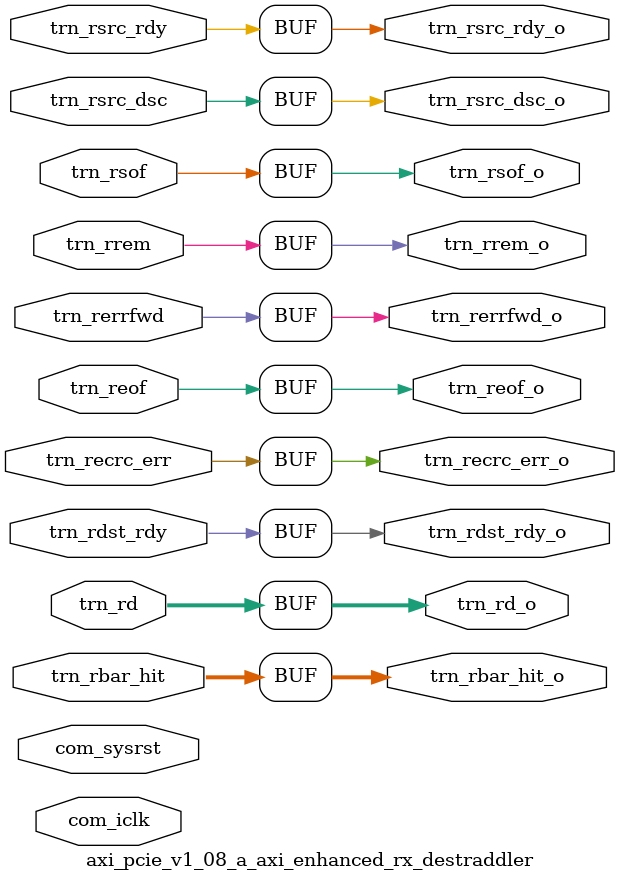
<source format=v>
`timescale 1ps/1ps

module axi_pcie_v1_08_a_axi_enhanced_rx_destraddler #(
  parameter C_DATA_WIDTH = 32,                          // RX/TX interface data width
  parameter C_FAMILY = "X7",                            // Targeted FPGA family
  parameter TCQ = 1,                                    // Clock to Q time

  // Do not override parameters below this line
  parameter REM_WIDTH  = (C_DATA_WIDTH == 128) ? 2 : 1, // trem/rrem width
  parameter RBAR_WIDTH = (C_FAMILY == "X7") ? 8 : 7,    // trn_rbar_hit width
  parameter STRB_WIDTH = C_DATA_WIDTH / 8               // TSTRB width
  ) (

  //---------------------------------------------------------------------------
  // TRN RX
  //---------------------------------------------------------------------------
  input      [C_DATA_WIDTH-1:0] trn_rd,                 // RX data from block
  input                         trn_rsof,               // RX start of packet
  input                         trn_reof,               // RX end of packet
  input                         trn_rsrc_rdy,           // RX source ready
  output                        trn_rdst_rdy_o,         // RX destination ready
  input                         trn_rsrc_dsc,           // RX source discontinue
  input         [REM_WIDTH-1:0] trn_rrem,               // RX remainder
  input                         trn_rerrfwd,            // RX error forward
  input        [RBAR_WIDTH-1:0] trn_rbar_hit,           // RX BAR hit
  input                         trn_recrc_err,          // RX ECRC error

  //--------------------------------------------------------------------------
  //TRN Realigned outputs to the RX data pipeline and Null Generator
  //--------------------------------------------------------------------------

  output  reg [C_DATA_WIDTH-1:0]trn_rd_o,               // Realigned data output
  output  reg                   trn_rsof_o,             // Realigned start of Frame
  output  reg                   trn_reof_o,             // Realigned End of Frame
  output  reg                   trn_rsrc_rdy_o,         // Realigned Source ready
  input                         trn_rdst_rdy,           // Destination ready from user
  output  reg                   trn_rsrc_dsc_o,         // Discontinue realigned
  output  reg   [REM_WIDTH-1:0] trn_rrem_o,             // RREM realigned
  output  reg                   trn_rerrfwd_o,          // rerrfwd realigned
  output  reg  [RBAR_WIDTH-1:0] trn_rbar_hit_o,         // RBAR hit realigned
  output  reg                   trn_recrc_err_o,        // ECRC error realigned

  //---------------------------------------------------------------------------
  // System
  //---------------------------------------------------------------------------

  input                         com_iclk,               // user clock from block
  input                         com_sysrst              // user reset from block

);

generate
// C_DATA_WIDTH == 128
if(C_DATA_WIDTH == 128) begin : data_width_128

  localparam               IDLE             = 2'b00;
  localparam               PROCESS_TLP_BEAT = 2'b01;
  localparam               THROTTLE_TLP     = 2'b10;

  reg [1:0]                state;
  reg                      local_throttle;
  // internal storage
  reg [C_DATA_WIDTH/2-1:0] trn_rd_d;
  reg                      trn_rsof_d;
  reg                      trn_reof_d;
  reg                      trn_rsrc_rdy_d;
  reg                      trn_rsrc_dsc_d;
  reg    [REM_WIDTH-1:0]   trn_rrem_d;
  reg                      trn_rerrfwd_d;
  reg   [RBAR_WIDTH-1:0]   trn_rbar_hit_d;
  reg                      trn_recrc_err_d;

  assign trn_rdst_rdy_o = trn_rdst_rdy && !local_throttle;

  // Internal buffer to store TRN signals
  always@(posedge com_iclk) begin
    if(com_sysrst) begin
      trn_rd_d            <= #TCQ {C_DATA_WIDTH/2{1'b0}};
      trn_rsof_d          <= #TCQ 1'b0;
      trn_reof_d          <= #TCQ 1'b0;
      trn_rsrc_rdy_d      <= #TCQ 1'b0;
      trn_rsrc_dsc_d      <= #TCQ 1'b0;
      trn_rrem_d          <= #TCQ {REM_WIDTH{1'b0}};
      trn_rerrfwd_d       <= #TCQ 1'b0;
      trn_rbar_hit_d      <= #TCQ {RBAR_WIDTH{1'b0}};
      trn_recrc_err_d     <= #TCQ 1'b0;
    end
    else begin
      // Enable signal for registers
      if(trn_rdst_rdy) begin
        trn_rd_d          <= #TCQ trn_rd[63:0];
        trn_rsof_d        <= #TCQ trn_rsof;
        trn_reof_d        <= #TCQ trn_reof;
        trn_rsrc_rdy_d    <= #TCQ trn_rsrc_rdy;
        trn_rsrc_dsc_d    <= #TCQ trn_rsrc_dsc;
        trn_rrem_d        <= #TCQ trn_rrem;
        trn_rerrfwd_d     <= #TCQ trn_rerrfwd;
        trn_rbar_hit_d    <= #TCQ trn_rbar_hit;
        trn_recrc_err_d   <= #TCQ trn_recrc_err;
      end
    end
  end

  // Output driver logic based on StateMachine state values and TRN inputs
  always@(trn_rd,trn_rsof,trn_reof,trn_rrem,trn_rsrc_dsc,trn_rsrc_rdy,trn_rdst_rdy,
          trn_recrc_err,trn_rerrfwd,trn_rbar_hit,state,local_throttle,com_sysrst) begin
    if(com_sysrst) begin
      trn_rd_o            <= {C_DATA_WIDTH{1'b0}};
      trn_rsof_o          <= 1'b0;
      trn_reof_o          <= 1'b0;
      trn_rsrc_rdy_o      <= 1'b0;
      trn_rsrc_dsc_o      <= 1'b0;
      trn_rrem_o          <= {REM_WIDTH{1'b0}};
      trn_rerrfwd_o       <= 1'b0;
      trn_rbar_hit_o      <= {RBAR_WIDTH{1'b0}};
      trn_recrc_err_o     <= 1'b0;
    end
    else begin
      case(state)
      IDLE : begin
               if(trn_rsof && !trn_rrem[1] && !trn_reof && trn_rdst_rdy && trn_rsrc_rdy) begin // Unaligned TLP
                 // Create a void i.e. Pass default '0' values to all outputs
                 trn_rd_o            <= {C_DATA_WIDTH{1'b0}};
                 trn_rsof_o          <= 1'b0;
                 trn_reof_o          <= 1'b0;
                 trn_rsrc_rdy_o      <= 1'b0;
                 trn_rsrc_dsc_o      <= 1'b0;
                 trn_rrem_o          <= {REM_WIDTH{1'b0}};
                 trn_rerrfwd_o       <= 1'b0;
                 trn_rbar_hit_o      <= {RBAR_WIDTH{1'b0}};
                 trn_recrc_err_o     <= 1'b0;
               end
               else if(trn_rsof && trn_reof && !trn_rrem[1] && trn_rdst_rdy && trn_rsrc_rdy) begin // straddled Beat
                 // Pass only EOF
                 trn_rd_o            <= {trn_rd[127:64],64'b0};
                 trn_rsof_o          <= 1'b0;
                 trn_reof_o          <= trn_reof;
                 trn_rsrc_rdy_o      <= trn_rsrc_rdy;
                 trn_rsrc_dsc_o      <= trn_rsrc_dsc;
                 trn_rrem_o          <= {1'b0,trn_rrem[0]};
                 trn_rerrfwd_o       <= trn_rerrfwd_d;   // Old value
                 trn_rbar_hit_o      <= trn_rbar_hit_d;  // Old value
                 trn_recrc_err_o     <= trn_recrc_err;   // New value is used
  
               end
               else begin // Default
                 trn_rd_o            <= trn_rd;
                 trn_rsof_o          <= trn_rsof;
                 trn_reof_o          <= trn_reof;
                 trn_rsrc_rdy_o      <= trn_rsrc_rdy;
                 trn_rsrc_dsc_o      <= trn_rsrc_dsc;
                 trn_rrem_o          <= trn_rrem;
                 trn_rerrfwd_o       <= trn_rerrfwd;
                 trn_rbar_hit_o      <= trn_rbar_hit;
                 trn_recrc_err_o     <= trn_recrc_err;
               end
             end
      PROCESS_TLP_BEAT : begin
               // eof in [127:64] only and no straddled beat
               if (trn_reof && !trn_rsof && !trn_rrem[1] && trn_rdst_rdy && trn_rsrc_rdy) begin
                 // adjust stored values with the live ones
                 trn_rd_o            <= {trn_rd_d,trn_rd[127:64]};
                 trn_rsof_o          <= trn_rsof_d;
                 trn_reof_o          <= trn_reof;
                 trn_rsrc_rdy_o      <= trn_rsrc_rdy;
                 trn_rsrc_dsc_o      <= trn_rsrc_dsc;
                 trn_rrem_o          <= {1'b1,trn_rrem[0]}; // Can be D0 D1 D2 -- or D0 D1 D2 D3 or H0 H1 H2 H3(D0/--)
                 trn_rerrfwd_o       <= trn_rerrfwd_d;
                 trn_rbar_hit_o      <= trn_rbar_hit_d;
                 trn_recrc_err_o     <= trn_recrc_err;
               end
               // Straddled beat
               // adjust stored values with the live ones. previous TLP ends here 
               else if(trn_reof && trn_rsof && trn_rdst_rdy && trn_rsrc_rdy) begin
                 trn_rd_o            <= {trn_rd_d,trn_rd[127:64]};
                 trn_rsof_o          <= trn_rsof_d;  // Old value
                 trn_reof_o          <= trn_reof;
                 trn_rsrc_rdy_o      <= trn_rsrc_rdy;
                 trn_rsrc_dsc_o      <= trn_rsrc_dsc;
                 trn_rrem_o          <= {1'b1,trn_rrem[0]}; // Can be D2 D1 D0 -- or D3 D3 D1 D0
                 trn_rerrfwd_o       <= trn_rerrfwd_d;
                 trn_rbar_hit_o      <= trn_rbar_hit_d;
                 trn_recrc_err_o     <= trn_recrc_err;
               end
               // eof beat having more than 2DW
               else if(trn_reof && trn_rdst_rdy && trn_rsrc_rdy) begin
                 // Pass {stored, live}
                 trn_rd_o            <= {trn_rd_d,trn_rd[127:64]};
                 trn_rsof_o          <= trn_rsof_d;
                 trn_reof_o          <= 1'b0;
                 trn_rsrc_rdy_o      <= trn_rsrc_rdy_d;
                 trn_rsrc_dsc_o      <= trn_rsrc_dsc;
                 trn_rrem_o          <= {REM_WIDTH{1'b1}};
                 trn_rerrfwd_o       <= trn_rerrfwd_d;
                 trn_rbar_hit_o      <= trn_rbar_hit_d;
                 trn_recrc_err_o     <= trn_recrc_err_d;
               end
               // Mid-Packet transfer
               else begin
                 // Pass {stored, live}
                 trn_rd_o            <= {trn_rd_d,trn_rd[127:64]};
                 trn_rsof_o          <= trn_rsof_d;
                 trn_reof_o          <= trn_reof;
                 trn_rsrc_rdy_o      <= trn_rsrc_rdy_d;
                 trn_rsrc_dsc_o      <= trn_rsrc_dsc;
                 trn_rrem_o          <= {REM_WIDTH{1'b1}};
                 trn_rerrfwd_o       <= trn_rerrfwd_d;
                 trn_rbar_hit_o      <= trn_rbar_hit_d;
                 trn_recrc_err_o     <= trn_recrc_err;
               end
             end
      default : begin
               // Throttle PCIe interface (will be for 1 cycle only)
               // Use stored values only in this state
               trn_rd_o              <= {trn_rd_d,64'b0};
               trn_rsof_o            <= trn_rsof_d;
               trn_reof_o            <= trn_reof_d;
               trn_rsrc_rdy_o        <= trn_rsrc_rdy_d;
               trn_rsrc_dsc_o        <= trn_rsrc_dsc_d;
               trn_rrem_o            <= {1'b0,trn_rrem_d[0]}; // Can be D1 D0 -- -- or D0 -- -- --
               trn_rerrfwd_o         <= trn_rerrfwd_d;
               trn_rbar_hit_o        <= trn_rbar_hit_d;
               trn_recrc_err_o       <= trn_recrc_err_d;
             end
      endcase
    end
  end

  // State Machine to re-align TLPs
  always @(posedge com_iclk) begin
    if(com_sysrst || trn_rsrc_dsc) begin
      state <= #TCQ IDLE;
      local_throttle <= #TCQ 1'b0;
    end
    else begin
      case(state)
      IDLE: begin
              // Unaligned TLP start or Straddle Beat
              if(((trn_rsof && !trn_reof) || (trn_rsof && trn_reof )) && !trn_rrem[1] && trn_rdst_rdy && trn_rsrc_rdy) begin
                state <= #TCQ PROCESS_TLP_BEAT;
              end
              local_throttle <= #TCQ 1'b0;
            end
      PROCESS_TLP_BEAT: begin
              // Wait for eof only
              if (trn_reof && !trn_rsof && trn_rdst_rdy && trn_rsrc_rdy) begin
                // eof in [128:64] only
                if(!trn_rrem[1]) begin
                  state <= #TCQ IDLE;
                  local_throttle <= #TCQ 1'b0;
                end
                // eof in [128:0]
                else begin
                  state <= #TCQ THROTTLE_TLP;
                  local_throttle <= #TCQ 1'b1;
                end
              end
            end
      default : begin
              if(trn_rdst_rdy) begin
                state  <= #TCQ IDLE;
                local_throttle <= #TCQ 1'b0;
              end
            end
      endcase
    end
  end

end // data_width_128
// C_DATA_WIDTH == 32 or C_DATA_WIDTH == 64
else begin: data_width_32_64
  // Direct mapping of inputs to outputs
  always@(*) begin
      trn_rd_o            <= trn_rd;
      trn_rsof_o          <= trn_rsof;
      trn_reof_o          <= trn_reof;
      trn_rsrc_rdy_o      <= trn_rsrc_rdy;
      trn_rsrc_dsc_o      <= trn_rsrc_dsc;
      trn_rrem_o          <= trn_rrem;
      trn_rerrfwd_o       <= trn_rerrfwd;
      trn_rbar_hit_o      <= trn_rbar_hit;
      trn_recrc_err_o     <= trn_recrc_err;
  end
  assign trn_rdst_rdy_o = trn_rdst_rdy;
end // data_width_32_64

endgenerate

endmodule

</source>
